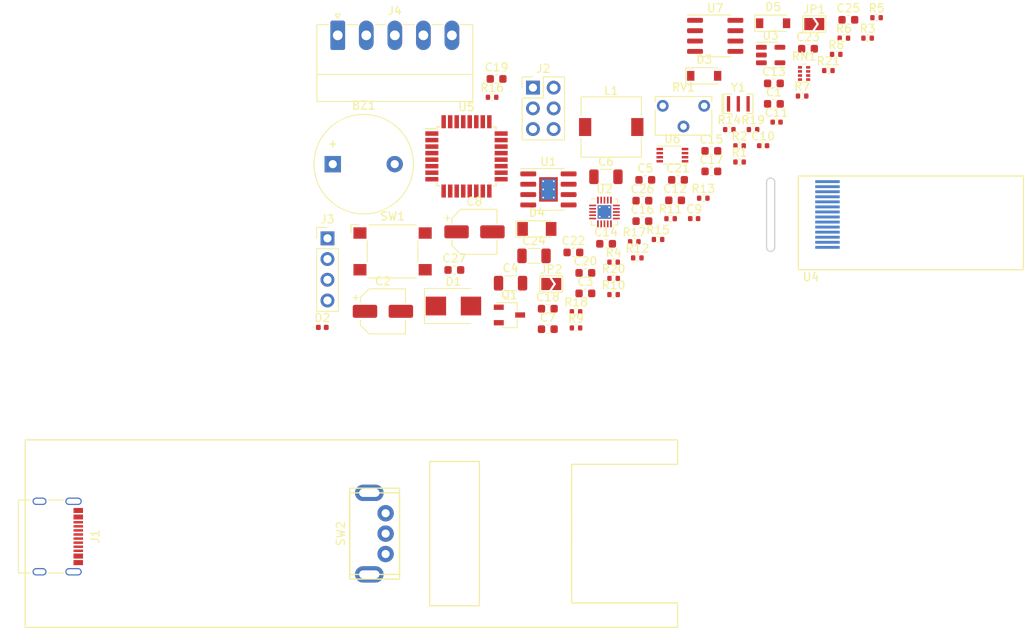
<source format=kicad_pcb>
(kicad_pcb (version 20211014) (generator pcbnew)
  (layers (0 "F.Cu" signal) (31 "B.Cu" signal) (34 "B.Paste" user) (35 "F.Paste" user) (36 "B.SilkS" user "B.Silkscreen") (37 "F.SilkS" user "F.Silkscreen") (38 "B.Mask" user) (39 "F.Mask" user) (44 "Edge.Cuts" user))
  (net 0 "")
  (net 1 "VCC")
  (net 2 "Net-(BZ1-Pad2)")
  (net 3 "Net-(C1-Pad1)")
  (net 4 "Net-(C1-Pad2)")
  (net 5 "GND")
  (net 6 "+3V3")
  (net 7 "VBUS")
  (net 8 "Net-(C10-Pad1)")
  (net 9 "Net-(C10-Pad2)")
  (net 10 "VDD")
  (net 11 "Net-(C14-Pad1)")
  (net 12 "Net-(C14-Pad2)")
  (net 13 "Net-(C15-Pad1)")
  (net 14 "Net-(C15-Pad2)")
  (net 15 "Net-(C18-Pad1)")
  (net 16 "Net-(C19-Pad2)")
  (net 17 "/D6")
  (net 18 "Net-(C21-Pad1)")
  (net 19 "Net-(C22-Pad1)")
  (net 20 "Net-(C25-Pad1)")
  (net 21 "P+")
  (net 22 "Net-(C27-Pad1)")
  (net 23 "Net-(D2-Pad2)")
  (net 24 "/ADC1")
  (net 25 "Net-(J1-PadA5)")
  (net 26 "Net-(J1-PadB5)")
  (net 27 "/MISO")
  (net 28 "/SCK")
  (net 29 "/MOSI")
  (net 30 "/RST")
  (net 31 "/TXD")
  (net 32 "/RXD")
  (net 33 "/D10")
  (net 34 "/ADC2")
  (net 35 "/CFG2")
  (net 36 "/CFG3")
  (net 37 "/BEEP")
  (net 38 "/CFG1")
  (net 39 "Net-(R3-Pad2)")
  (net 40 "Net-(R5-Pad2)")
  (net 41 "Net-(R6-Pad1)")
  (net 42 "Net-(R7-Pad1)")
  (net 43 "Net-(R12-Pad1)")
  (net 44 "Net-(R14-Pad2)")
  (net 45 "Net-(R20-Pad1)")
  (net 46 "/ADC0")
  (net 47 "/DISP_SDA")
  (net 48 "/DISP_SCL")
  (net 49 "/D7")
  (net 53 "Net-(J1-PadA6)")
  (net 54 "Net-(J1-PadA7)")
  (net 60 "Net-(U5-Pad7)")
  (net 61 "Net-(U5-Pad8)")
  (net 62 "/D9")
  (net 66 "/SDA")
  (net 67 "/SCL")
  (net 68 "Net-(U7-Pad6)")
  (footprint "Resistor_SMD:R_0402_1005Metric" (layer "F.Cu") (at 156.5776 53.5624)
    (fp_text reference "R12" (at 0 -1.17) (layer "F.SilkS"))
    (fp_text value "560K")
    (pad "1" smd roundrect (at -0.51 0) (size 0.54 0.64) (layers "F.Cu" "F.Paste" "F.Mask") (net 43 "Net-(R12-Pad1)"))
    (pad "2" smd roundrect (at 0.51 0) (size 0.54 0.64) (layers "F.Cu" "F.Paste" "F.Mask") (net 5 "GND"))
  )
  (footprint "Capacitor_SMD:C_0402_1005Metric" (layer "F.Cu") (at 163.5476 48.7424)
    (fp_text reference "C9" (at 0 -1.16) (layer "F.SilkS"))
    (fp_text value "50V/100nF")
    (pad "1" smd roundrect (at -0.48 0) (size 0.56 0.62) (layers "F.Cu" "F.Paste" "F.Mask") (net 7 "VBUS"))
    (pad "2" smd roundrect (at 0.48 0) (size 0.56 0.62) (layers "F.Cu" "F.Paste" "F.Mask") (net 5 "GND"))
  )
  (footprint "Capacitor_SMD:C_0603_1608Metric" (layer "F.Cu") (at 139.3176 31.6124)
    (fp_text reference "C19" (at 0 -1.43) (layer "F.SilkS"))
    (fp_text value "4.7uF")
    (pad "1" smd roundrect (at -0.775 0) (size 0.9 0.95) (layers "F.Cu" "F.Paste" "F.Mask") (net 5 "GND"))
    (pad "2" smd roundrect (at 0.775 0) (size 0.9 0.95) (layers "F.Cu" "F.Paste" "F.Mask") (net 16 "Net-(C19-Pad2)"))
  )
  (footprint "Resistor_SMD:R_0402_1005Metric" (layer "F.Cu") (at 181.9076 26.6124)
    (fp_text reference "R6" (at 0 -1.17) (layer "F.SilkS"))
    (fp_text value "20K")
    (pad "1" smd roundrect (at -0.51 0) (size 0.54 0.64) (layers "F.Cu" "F.Paste" "F.Mask") (net 41 "Net-(R6-Pad1)"))
    (pad "2" smd roundrect (at 0.51 0) (size 0.54 0.64) (layers "F.Cu" "F.Paste" "F.Mask") (net 5 "GND"))
  )
  (footprint "Capacitor_SMD:C_1206_3216Metric" (layer "F.Cu") (at 152.7276 43.6124)
    (fp_text reference "C6" (at 0 -1.85) (layer "F.SilkS"))
    (fp_text value "10uF")
    (pad "1" smd roundrect (at -1.475 0) (size 1.15 1.8) (layers "F.Cu" "F.Paste" "F.Mask") (roundrect_rratio 0.217391) (net 6 "+3V3"))
    (pad "2" smd roundrect (at 1.475 0) (size 1.15 1.8) (layers "F.Cu" "F.Paste" "F.Mask") (roundrect_rratio 0.217391) (net 5 "GND"))
  )
  (footprint "Resistor_SMD:R_0402_1005Metric" (layer "F.Cu") (at 184.8176 26.6124)
    (fp_text reference "R3" (at 0 -1.17) (layer "F.SilkS"))
    (fp_text value "100K")
    (pad "1" smd roundrect (at -0.51 0) (size 0.54 0.64) (layers "F.Cu" "F.Paste" "F.Mask") (net 7 "VBUS"))
    (pad "2" smd roundrect (at 0.51 0) (size 0.54 0.64) (layers "F.Cu" "F.Paste" "F.Mask") (net 39 "Net-(R3-Pad2)"))
  )
  (footprint "Inductor_SMD:L_7.3x7.3_H4.5" (layer "F.Cu") (at 153.3776 37.5124)
    (fp_text reference "L1" (at 0 -4.45) (layer "F.SilkS"))
    (fp_text value "L")
    (pad "1" smd rect (at -3.2 0) (size 1.5 2.2) (layers "F.Cu" "F.Paste" "F.Mask") (net 3 "Net-(C1-Pad1)"))
    (pad "2" smd rect (at 3.2 0) (size 1.5 2.2) (layers "F.Cu" "F.Paste" "F.Mask") (net 1 "VCC"))
  )
  (footprint "Resistor_SMD:R_0402_1005Metric" (layer "F.Cu") (at 169.1176 39.8124)
    (fp_text reference "R2" (at 0 -1.17) (layer "F.SilkS"))
    (fp_text value "NC")
    (pad "1" smd roundrect (at -0.51 0) (size 0.54 0.64) (layers "F.Cu" "F.Paste" "F.Mask") (net 10 "VDD"))
    (pad "2" smd roundrect (at 0.51 0) (size 0.54 0.64) (layers "F.Cu" "F.Paste" "F.Mask") (net 38 "/CFG1"))
  )
  (footprint "Capacitor_SMD:C_0603_1608Metric" (layer "F.Cu") (at 182.4576 24.3624)
    (fp_text reference "C25" (at 0 -1.43) (layer "F.SilkS"))
    (fp_text value "100nF")
    (pad "1" smd roundrect (at -0.775 0) (size 0.9 0.95) (layers "F.Cu" "F.Paste" "F.Mask") (net 20 "Net-(C25-Pad1)"))
    (pad "2" smd roundrect (at 0.775 0) (size 0.9 0.95) (layers "F.Cu" "F.Paste" "F.Mask") (net 5 "GND"))
  )
  (footprint "Resistor_SMD:R_0402_1005Metric" (layer "F.Cu") (at 169.1176 41.8024)
    (fp_text reference "R1" (at 0 -1.17) (layer "F.SilkS"))
    (fp_text value "6.8K")
    (pad "1" smd roundrect (at -0.51 0) (size 0.54 0.64) (layers "F.Cu" "F.Paste" "F.Mask") (net 5 "GND"))
    (pad "2" smd roundrect (at 0.51 0) (size 0.54 0.64) (layers "F.Cu" "F.Paste" "F.Mask") (net 38 "/CFG1"))
  )
  (footprint "Connector_PinHeader_2.54mm:PinHeader_1x04_P2.54mm_Vertical" (layer "F.Cu") (at 118.5776 51.1624)
    (fp_text reference "J3" (at 0 -2.33) (layer "F.SilkS"))
    (fp_text value "Conn_01x04_Male")
    (pad "1" thru_hole rect (at 0 0) (size 1.7 1.7) (drill 1) (layers *.Cu *.Mask) (net 1 "VCC"))
    (pad "2" thru_hole oval (at 0 2.54) (size 1.7 1.7) (drill 1) (layers *.Cu *.Mask) (net 31 "/TXD"))
    (pad "3" thru_hole oval (at 0 5.08) (size 1.7 1.7) (drill 1) (layers *.Cu *.Mask) (net 32 "/RXD"))
    (pad "4" thru_hole oval (at 0 7.62) (size 1.7 1.7) (drill 1) (layers *.Cu *.Mask) (net 5 "GND"))
  )
  (footprint "Resistor_SMD:R_0402_1005Metric" (layer "F.Cu") (at 153.6676 56.0724)
    (fp_text reference "R20" (at 0 -1.17) (layer "F.SilkS"))
    (fp_text value "200k")
    (pad "1" smd roundrect (at -0.51 0) (size 0.54 0.64) (layers "F.Cu" "F.Paste" "F.Mask") (net 45 "Net-(R20-Pad1)"))
    (pad "2" smd roundrect (at 0.51 0) (size 0.54 0.64) (layers "F.Cu" "F.Paste" "F.Mask") (net 46 "/ADC0"))
  )
  (footprint "My_Library:EC10E" (layer "F.Cu") (at 125.7084 87.376 90)
    (fp_text reference "SW2" (at 0 -5.5 90 unlocked) (layer "F.SilkS"))
    (fp_text value "RotaryEncoder_2")
    (pad "0" thru_hole oval (at -5 -2 90) (size 2 3.5) (drill oval 1 2.5) (layers *.Cu *.Mask) (net 5 "GND"))
    (pad "0" thru_hole oval (at 5 -2 90) (size 2 3.5) (drill oval 1 2.5) (layers *.Cu *.Mask) (net 5 "GND"))
    (pad "A" thru_hole circle (at -2.5 0 90) (size 2 2) (drill 1) (layers *.Cu *.Mask) (net 49 "/D7"))
    (pad "B" thru_hole circle (at 0 0 90) (size 2 2) (drill 1) (layers *.Cu *.Mask) (net 17 "/D6"))
    (pad "C" thru_hole circle (at 2.5 0 90) (size 2 2) (drill 1) (layers *.Cu *.Mask) (net 5 "GND"))
  )
  (footprint "Resistor_SMD:R_0402_1005Metric" (layer "F.Cu") (at 153.6676 58.0624)
    (fp_text reference "R10" (at 0 -1.17) (layer "F.SilkS"))
    (fp_text value "5.1K")
    (pad "1" smd roundrect (at -0.51 0) (size 0.54 0.64) (layers "F.Cu" "F.Paste" "F.Mask") (net 26 "Net-(J1-PadB5)"))
    (pad "2" smd roundrect (at 0.51 0) (size 0.54 0.64) (layers "F.Cu" "F.Paste" "F.Mask") (net 5 "GND"))
  )
  (footprint "Package_TO_SOT_SMD:SOT-23-5" (layer "F.Cu") (at 172.9276 28.6824)
    (fp_text reference "U3" (at 0 -2.4) (layer "F.SilkS"))
    (fp_text value "RT9013-3V3")
    (pad "1" smd roundrect (at -1.1375 -0.95) (size 1.325 0.6) (layers "F.Cu" "F.Paste" "F.Mask") (net 1 "VCC"))
    (pad "2" smd roundrect (at -1.1375 0) (size 1.325 0.6) (layers "F.Cu" "F.Paste" "F.Mask") (net 5 "GND"))
    (pad "3" smd roundrect (at -1.1375 0.95) (size 1.325 0.6) (layers "F.Cu" "F.Paste" "F.Mask") (net 40 "Net-(R5-Pad2)"))
    (pad "4" smd roundrect (at 1.1375 0.95) (size 1.325 0.6) (layers "F.Cu" "F.Paste" "F.Mask"))
    (pad "5" smd roundrect (at 1.1375 -0.95) (size 1.325 0.6) (layers "F.Cu" "F.Paste" "F.Mask") (net 6 "+3V3"))
  )
  (footprint "Capacitor_SMD:C_0603_1608Metric" (layer "F.Cu") (at 134.1376 55.0424)
    (fp_text reference "C27" (at 0 -1.43) (layer "F.SilkS"))
    (fp_text value "2.2nF")
    (pad "1" smd roundrect (at -0.775 0) (size 0.9 0.95) (layers "F.Cu" "F.Paste" "F.Mask") (net 22 "Net-(C27-Pad1)"))
    (pad "2" smd roundrect (at 0.775 0) (size 0.9 0.95) (layers "F.Cu" "F.Paste" "F.Mask") (net 5 "GND"))
  )
  (footprint "Resistor_SMD:R_0402_1005Metric" (layer "F.Cu") (at 180.0076 30.5924)
    (fp_text reference "R21" (at 0 -1.17) (layer "F.SilkS"))
    (fp_text value "200K")
    (pad "1" smd roundrect (at -0.51 0) (size 0.54 0.64) (layers "F.Cu" "F.Paste" "F.Mask") (net 5 "GND"))
    (pad "2" smd roundrect (at 0.51 0) (size 0.54 0.64) (layers "F.Cu" "F.Paste" "F.Mask") (net 45 "Net-(R20-Pad1)"))
  )
  (footprint "Capacitor_SMD:CP_Elec_5x5.7" (layer "F.Cu") (at 136.6076 50.3624)
    (fp_text reference "C8" (at 0 -3.7) (layer "F.SilkS"))
    (fp_text value "50V/10uF")
    (pad "1" smd roundrect (at -2.2 0) (size 3 1.6) (layers "F.Cu" "F.Paste" "F.Mask") (roundrect_rratio 0.15625) (net 7 "VBUS"))
    (pad "2" smd roundrect (at 2.2 0) (size 3 1.6) (layers "F.Cu" "F.Paste" "F.Mask") (roundrect_rratio 0.15625) (net 5 "GND"))
  )
  (footprint "Capacitor_SMD:C_0603_1608Metric" (layer "F.Cu") (at 177.5076 27.9124)
    (fp_text reference "C23" (at 0 -1.43) (layer "F.SilkS"))
    (fp_text value "100nF")
    (pad "1" smd roundrect (at -0.775 0) (size 0.9 0.95) (layers "F.Cu" "F.Paste" "F.Mask") (net 19 "Net-(C22-Pad1)"))
    (pad "2" smd roundrect (at 0.775 0) (size 0.9 0.95) (layers "F.Cu" "F.Paste" "F.Mask") (net 5 "GND"))
  )
  (footprint "Capacitor_SMD:C_0603_1608Metric" (layer "F.Cu") (at 148.7376 52.8924)
    (fp_text reference "C22" (at 0 -1.43) (layer "F.SilkS"))
    (fp_text value "4.7uF")
    (pad "1" smd roundrect (at -0.775 0) (size 0.9 0.95) (layers "F.Cu" "F.Paste" "F.Mask") (net 19 "Net-(C22-Pad1)"))
    (pad "2" smd roundrect (at 0.775 0) (size 0.9 0.95) (layers "F.Cu" "F.Paste" "F.Mask") (net 5 "GND"))
  )
  (footprint "Package_TO_SOT_SMD:TSOT-23" (layer "F.Cu") (at 140.8976 60.5624)
    (fp_text reference "Q1" (at 0 -2.45) (layer "F.SilkS"))
    (fp_text value "S8050")
    (pad "1" smd rect (at -1.31 -0.95) (size 1.22 0.65) (layers "F.Cu" "F.Paste" "F.Mask") (net 5 "GND"))
    (pad "2" smd rect (at -1.31 0.95) (size 1.22 0.65) (layers "F.Cu" "F.Paste" "F.Mask") (net 37 "/BEEP"))
    (pad "3" smd rect (at 1.31 0) (size 1.22 0.65) (layers "F.Cu" "F.Paste" "F.Mask") (net 2 "Net-(BZ1-Pad2)"))
  )
  (footprint "Capacitor_SMD:C_0603_1608Metric" (layer "F.Cu") (at 173.3276 34.6724)
    (fp_text reference "C1" (at 0 -1.43) (layer "F.SilkS"))
    (fp_text value "50V/100nF")
    (pad "1" smd roundrect (at -0.775 0) (size 0.9 0.95) (layers "F.Cu" "F.Paste" "F.Mask") (net 3 "Net-(C1-Pad1)"))
    (pad "2" smd roundrect (at 0.775 0) (size 0.9 0.95) (layers "F.Cu" "F.Paste" "F.Mask") (net 4 "Net-(C1-Pad2)"))
  )
  (footprint "Package_SO:VSSOP-8_2.3x2mm_P0.5mm" (layer "F.Cu") (at 160.8776 40.9624)
    (fp_text reference "U6" (at 0 -2) (layer "F.SilkS"))
    (fp_text value "RS0102YH8")
    (pad "1" smd rect (at -1.55 -0.75 270) (size 0.3 0.8) (layers "F.Cu" "F.Paste" "F.Mask") (net 1 "VCC"))
    (pad "2" smd rect (at -1.55 -0.25 270) (size 0.3 0.8) (layers "F.Cu" "F.Paste" "F.Mask") (net 67 "/SCL"))
    (pad "3" smd rect (at -1.55 0.25 270) (size 0.3 0.8) (layers "F.Cu" "F.Paste" "F.Mask") (net 66 "/SDA"))
    (pad "4" smd rect (at -1.55 0.75 270) (size 0.3 0.8) (layers "F.Cu" "F.Paste" "F.Mask") (net 44 "Net-(R14-Pad2)"))
    (pad "5" smd rect (at 1.55 0.75 270) (size 0.3 0.8) (layers "F.Cu" "F.Paste" "F.Mask") (net 5 "GND"))
    (pad "6" smd rect (at 1.55 0.25 270) (size 0.3 0.8) (layers "F.Cu" "F.Paste" "F.Mask") (net 47 "/DISP_SDA"))
    (pad "7" smd rect (at 1.55 -0.25 270) (size 0.3 0.8) (layers "F.Cu" "F.Paste" "F.Mask") (net 48 "/DISP_SCL"))
    (pad "8" smd rect (at 1.55 -0.75 270) (size 0.3 0.8) (layers "F.Cu" "F.Paste" "F.Mask") (net 6 "+3V3"))
  )
  (footprint "Capacitor_SMD:C_0603_1608Metric" (layer "F.Cu") (at 145.5976 62.3024)
    (fp_text reference "C7" (at 0 -1.43) (layer "F.SilkS"))
    (fp_text value "100nF")
    (pad "1" smd roundrect (at -0.775 0) (size 0.9 0.95) (layers "F.Cu" "F.Paste" "F.Mask") (net 6 "+3V3"))
    (pad "2" smd roundrect (at 0.775 0) (size 0.9 0.95) (layers "F.Cu" "F.Paste" "F.Mask") (net 5 "GND"))
  )
  (footprint "Capacitor_SMD:C_0603_1608Metric" (layer "F.Cu") (at 150.2076 57.9124)
    (fp_text reference "C3" (at 0 -1.43) (layer "F.SilkS"))
    (fp_text value "50V/100nF")
    (pad "1" smd roundrect (at -0.775 0) (size 0.9 0.95) (layers "F.Cu" "F.Paste" "F.Mask") (net 1 "VCC"))
    (pad "2" smd roundrect (at 0.775 0) (size 0.9 0.95) (layers "F.Cu" "F.Paste" "F.Mask") (net 5 "GND"))
  )
  (footprint "Resistor_SMD:R_0402_1005Metric" (layer "F.Cu") (at 180.9676 28.6024)
    (fp_text reference "R8" (at 0 -1.17) (layer "F.SilkS"))
    (fp_text value "68.1K")
    (pad "1" smd roundrect (at -0.51 0) (size 0.54 0.64) (layers "F.Cu" "F.Paste" "F.Mask") (net 9 "Net-(C10-Pad2)"))
    (pad "2" smd roundrect (at 0.51 0) (size 0.54 0.64) (layers "F.Cu" "F.Paste" "F.Mask") (net 5 "GND"))
  )
  (footprint "Diode_SMD:D_MiniMELF" (layer "F.Cu") (at 144.2576 50.0124)
    (fp_text reference "D4" (at 0 -2) (layer "F.SilkS"))
    (fp_text value "BZV55B5V1")
    (pad "1" smd rect (at -1.75 0) (size 1.3 1.7) (layers "F.Cu" "F.Paste" "F.Mask") (net 24 "/ADC1"))
    (pad "2" smd rect (at 1.75 0) (size 1.3 1.7) (layers "F.Cu" "F.Paste" "F.Mask") (net 5 "GND"))
  )
  (footprint "Capacitor_SMD:C_0603_1608Metric" (layer "F.Cu") (at 165.6576 42.9524)
    (fp_text reference "C17" (at 0 -1.43) (layer "F.SilkS"))
    (fp_text value "100nF")
    (pad "1" smd roundrect (at -0.775 0) (size 0.9 0.95) (layers "F.Cu" "F.Paste" "F.Mask") (net 6 "+3V3"))
    (pad "2" smd roundrect (at 0.775 0) (size 0.9 0.95) (layers "F.Cu" "F.Paste" "F.Mask") (net 5 "GND"))
  )
  (footprint "Jumper:SolderJumper-2_P1.3mm_Open_TrianglePad1.0x1.5mm" (layer "F.Cu") (at 146.0276 56.7624)
    (fp_text reference "JP2" (at 0 -1.8) (layer "F.SilkS"))
    (fp_text value "JUMP")
    (pad "1" smd custom (at -0.725 0) (size 0.3 0.3) (layers "F.Cu" "F.Mask") (net 5 "GND") (options (clearance outline) (anchor rect)) (primitives (gr_poly (pts (xy 1 0) (xy 0.5 0.75) (xy -0.5 0.75) (xy -0.5 -0.75) (xy 0.5 -0.75)) (width 0) (fill yes))))
    (pad "2" smd custom (at 0.725 0) (size 0.3 0.3) (layers "F.Cu" "F.Mask") (net 36 "/CFG3") (options (clearance outline) (anchor rect)) (primitives (gr_poly (pts (xy 0.5 0.75) (xy -0.65 0.75) (xy -0.15 0) (xy -0.65 -0.75) (xy 0.5 -0.75)) (width 0) (fill yes))))
  )
  (footprint "Capacitor_SMD:C_0402_1005Metric" (layer "F.Cu") (at 173.6576 36.9124)
    (fp_text reference "C11" (at 0 -1.16) (layer "F.SilkS"))
    (fp_text value "NC")
    (pad "1" smd roundrect (at -0.48 0) (size 0.56 0.62) (layers "F.Cu" "F.Paste" "F.Mask") (net 8 "Net-(C10-Pad1)"))
    (pad "2" smd roundrect (at 0.48 0) (size 0.56 0.62) (layers "F.Cu" "F.Paste" "F.Mask") (net 5 "GND"))
  )
  (footprint "Capacitor_SMD:C_0603_1608Metric" (layer "F.Cu") (at 165.6576 40.4424)
    (fp_text reference "C15" (at 0 -1.43) (layer "F.SilkS"))
    (fp_text value "1uF")
    (pad "1" smd roundrect (at -0.775 0) (size 0.9 0.95) (layers "F.Cu" "F.Paste" "F.Mask") (net 13 "Net-(C15-Pad1)"))
    (pad "2" smd roundrect (at 0.775 0) (size 0.9 0.95) (layers "F.Cu" "F.Paste" "F.Mask") (net 14 "Net-(C15-Pad2)"))
  )
  (footprint "Resistor_SMD:R_0402_1005Metric" (layer "F.Cu") (at 170.7676 37.8224)
    (fp_text reference "R19" (at 0 -1.17) (layer "F.SilkS"))
    (fp_text value "10K")
    (pad "1" smd roundrect (at -0.51 0) (size 0.54 0.64) (layers "F.Cu" "F.Paste" "F.Mask") (net 5 "GND"))
    (pad "2" smd roundrect (at 0.51 0) (size 0.54 0.64) (layers "F.Cu" "F.Paste" "F.Mask") (net 20 "Net-(C25-Pad1)"))
  )
  (footprint "Resistor_SMD:R_0402_1005Metric" (layer "F.Cu") (at 164.6676 46.2424)
    (fp_text reference "R13" (at 0 -1.17) (layer "F.SilkS"))
    (fp_text value "100K")
    (pad "1" smd roundrect (at -0.51 0) (size 0.54 0.64) (layers "F.Cu" "F.Paste" "F.Mask") (net 7 "VBUS"))
    (pad "2" smd roundrect (at 0.51 0) (size 0.54 0.64) (layers "F.Cu" "F.Paste" "F.Mask") (net 24 "/ADC1"))
  )
  (footprint "My_Library:OLED_128x32" (layer "F.Cu") (at 176.3268 55.0164)
    (fp_text reference "U4" (at 1.55 0.9) (layer "F.SilkS"))
    (fp_text value "0.91_OLED_128x32")
    (fp_line (start -3.9 -10.749999) (end -3.9 -2.749999) (layer "Edge.Cuts") (width 0.152399))
    (fp_line (start -2.9 -10.749999) (end -2.9 -2.749999) (layer "Edge.Cuts") (width 0.152399))
    (fp_arc (start -2.9 -2.749999) (mid -3.4 -2.249999) (end -3.9 -2.749999) (layer "Edge.Cuts") (width 0.152399))
    (fp_arc (start -3.9 -10.749999) (mid -3.4 -11.249999) (end -2.9 -10.749999) (layer "Edge.Cuts") (width 0.152399))
    (pad "1" smd rect locked (at 3.57 -10.81 270) (size 0.35 3) (layers "B.Cu" "B.Paste" "B.Mask") (net 11 "Net-(C14-Pad1)"))
    (pad "2" smd rect locked (at 3.57 -10.19 270) (size 0.35 3) (layers "B.Cu" "B.Paste" "B.Mask") (net 12 "Net-(C14-Pad2)"))
    (pad "3" smd rect locked (at 3.57 -9.57 270) (size 0.35 3) (layers "B.Cu" "B.Paste" "B.Mask") (net 13 "Net-(C15-Pad1)"))
    (pad "4" smd rect locked (at 3.57 -8.95 270) (size 0.35 3) (layers "B.Cu" "B.Paste" "B.Mask") (net 14 "Net-(C15-Pad2)"))
    (pad "5" smd rect locked (at 3.57 -8.33 270) (size 0.35 3) (layers "B.Cu" "B.Paste" "B.Mask") (net 6 "+3V3"))
    (pad "6" smd rect locked (at 3.57 -7.71 270) (size 0.35 3) (layers "B.Cu" "B.Paste" "B.Mask"))
    (pad "7" smd rect locked (at 3.57 -7.09 270) (size 0.35 3) (layers "B.Cu" "B.Paste" "B.Mask") (net 5 "GND"))
    (pad "8" smd rect locked (at 3.57 -6.47 270) (size 0.35 3) (layers "B.Cu" "B.Paste" "B.Mask") (net 6 "+3V3"))
    (pad "9" smd rect locked (at 3.57 -5.85 270) (size 0.35 3) (layers "B.Cu" "B.Paste" "B.Mask") (net 16 "Net-(C19-Pad2)"))
    (pad "10" smd rect locked (at 3.57 -5.23 270) (size 0.35 3) (layers "B.Cu" "B.Paste" "B.Mask") (net 48 "/DISP_SCL"))
    (pad "11" smd rect locked (at 3.57 -4.61 270) (size 0.35 3) (layers "B.Cu" "B.Paste" "B.Mask") (net 47 "/DISP_SDA"))
    (pad "12" smd rect locked (at 3.57 -3.99 270) (size 0.35 3) (layers "B.Cu" "B.Paste" "B.Mask") (net 43 "Net-(R12-Pad1)"))
    (pad "13" smd rect locked (at 3.57 -3.37 270) (size 0.35 3) (layers "B.Cu" "B.Paste" "B.Mask") (net 18 "Net-(C21-Pad1)"))
    (pad "14" smd rect locked (at 3.57 -2.75 270) (size 0.35 3) (layers "B.Cu" "B.Paste" "B.Mask") (net 19 "Net-(C22-Pad1)"))
  )
  (footprint "Buzzer_Beeper:Buzzer_12x9.5RM7.6" (layer "F.Cu") (at 119.2276 42.0624)
    (fp_text reference "BZ1" (at 3.8 -7.2) (layer "F.SilkS"))
    (fp_text value "Buzzer")
    (fp_text user "+" (at -0.01 -2.54) (layer "F.SilkS"))
    (pad "1" thru_hole rect (at 0 0) (size 2 2) (drill 1) (layers *.Cu *.Mask) (net 1 "VCC"))
    (pad "2" thru_hole circle (at 7.6 0) (size 2 2) (drill 1) (layers *.Cu *.Mask) (net 2 "Net-(BZ1-Pad2)"))
  )
  (footprint "Resistor_SMD:R_0402_1005Metric" (layer "F.Cu") (at 149.0576 60.1624)
    (fp_text reference "R18" (at 0 -1.17) (layer "F.SilkS"))
    (fp_text value "10K")
    (pad "1" smd roundrect (at -0.51 0) (size 0.54 0.64) (layers "F.Cu" "F.Paste" "F.Mask") (net 21 "P+"))
    (pad "2" smd roundrect (at 0.51 0) (size 0.54 0.64) (layers "F.Cu" "F.Paste" "F.Mask") (net 22 "Net-(C27-Pad1)"))
  )
  (footprint "Resistor_SMD:R_0402_1005Metric" (layer "F.Cu") (at 156.2076 51.5724)
    (fp_text reference "R17" (at 0 -1.17) (layer "F.SilkS"))
    (fp_text value "10K")
    (pad "1" smd roundrect (at -0.51 0) (size 0.54 0.64) (layers "F.Cu" "F.Paste" "F.Mask") (net 20 "Net-(C25-Pad1)"))
    (pad "2" smd roundrect (at 0.51 0) (size 0.54 0.64) (layers "F.Cu" "F.Paste" "F.Mask") (net 1 "VCC"))
  )
  (footprint "Resistor_SMD:R_0402_1005Metric" (layer "F.Cu") (at 149.0576 62.1524)
    (fp_text reference "R9" (at 0 -1.17) (layer "F.SilkS"))
    (fp_text value "5.1K")
    (pad "1" smd roundrect (at -0.51 0) (size 0.54 0.64) (layers "F.Cu" "F.Paste" "F.Mask") (net 25 "Net-(J1-PadA5)"))
    (pad "2" smd roundrect (at 0.51 0) (size 0.54 0.64) (layers "F.Cu" "F.Paste" "F.Mask") (net 5 "GND"))
  )
  (footprint "Resistor_SMD:R_0402_1005Metric" (layer "F.Cu") (at 185.9176 24.1024)
    (fp_text reference "R5" (at 0 -1.17) (layer "F.SilkS"))
    (fp_text value "100K")
    (pad "1" smd roundrect (at -0.51 0) (size 0.54 0.64) (layers "F.Cu" "F.Paste" "F.Mask") (net 1 "VCC"))
    (pad "2" smd roundrect (at 0.51 0) (size 0.54 0.64) (layers "F.Cu" "F.Paste" "F.Mask") (net 40 "Net-(R5-Pad2)"))
  )
  (footprint "Capacitor_SMD:C_1206_3216Metric" (layer "F.Cu") (at 141.0276 56.6624)
    (fp_text reference "C4" (at 0 -1.85) (layer "F.SilkS"))
    (fp_text value "10uF")
    (pad "1" smd roundrect (at -1.475 0) (size 1.15 1.8) (layers "F.Cu" "F.Paste" "F.Mask") (roundrect_rratio 0.217391) (net 1 "VCC"))
    (pad "2" smd roundrect (at 1.475 0) (size 1.15 1.8) (layers "F.Cu" "F.Paste" "F.Mask") (roundrect_rratio 0.217391) (net 5 "GND"))
  )
  (footprint "Capacitor_SMD:C_0603_1608Metric" (layer "F.Cu") (at 150.2076 55.4024)
    (fp_text reference "C20" (at 0 -1.43) (layer "F.SilkS"))
    (fp_text value "100nF")
    (pad "1" smd roundrect (at -0.775 0) (size 0.9 0.95) (layers "F.Cu" "F.Paste" "F.Mask") (net 17 "/D6"))
    (pad "2" smd roundrect (at 0.775 0) (size 0.9 0.95) (layers "F.Cu" "F.Paste" "F.Mask") (net 5 "GND"))
  )
  (footprint "Resistor_SMD:R_0402_1005Metric" (layer "F.Cu") (at 159.1176 51.3024)
    (fp_text reference "R15" (at 0 -1.17) (layer "F.SilkS"))
    (fp_text value "20K")
    (pad "1" smd roundrect (at -0.51 0) (size 0.54 0.64) (layers "F.Cu" "F.Paste" "F.Mask") (net 24 "/ADC1"))
    (pad "2" smd roundrect (at 0.51 0) (size 0.54 0.64) (layers "F.Cu" "F.Paste" "F.Mask") (net 5 "GND"))
  )
  (footprint "Capacitor_SMD:C_0603_1608Metric" (layer "F.Cu") (at 157.1976 46.5424)
    (fp_text reference "C26" (at 0 -1.43) (layer "F.SilkS"))
    (fp_text value "1uF")
    (pad "1" smd roundrect (at -0.775 0) (size 0.9 0.95) (layers "F.Cu" "F.Paste" "F.Mask") (net 21 "P+"))
    (pad "2" smd roundrect (at 0.775 0) (size 0.9 0.95) (layers "F.Cu" "F.Paste" "F.Mask") (net 5 "GND"))
  )
  (footprint "Capacitor_SMD:C_0603_1608Metric" (layer "F.Cu") (at 152.7476 51.8324)
    (fp_text reference "C14" (at 0 -1.43) (layer "F.SilkS"))
    (fp_text value "1uF")
    (pad "1" smd roundrect (at -0.775 0) (size 0.9 0.95) (layers "F.Cu" "F.Paste" "F.Mask") (net 11 "Net-(C14-Pad1)"))
    (pad "2" smd roundrect (at 0.775 0) (size 0.9 0.95) (layers "F.Cu" "F.Paste" "F.Mask") (net 12 "Net-(C14-Pad2)"))
  )
  (footprint "Connector_USB:USB_C_Receptacle_Palconn_UTC16-G" (layer "F.Cu") (at 85.5078 87.7316 -90)
    (fp_text reference "J1" (at 0 -4.58 90) (layer "F.SilkS"))
    (fp_text value "USB_C_Receptacle_USB2.0")
    (pad "" np_thru_hole circle (at 2.89 -1.45 90) (size 0.6 0.6) (drill 0.6) (layers *.Cu *.Mask))
    (pad "" np_thru_hole circle (at -2.89 -1.45 90) (size 0.6 0.6) (drill 0.6) (layers *.Cu *.Mask))
    (pad "A1" smd rect (at -3.2 -2.51 270) (size 0.6 1.16) (layers "F.Cu" "F.Paste" "F.Mask") (net 5 "GND"))
    (pad "A4" smd rect (at -2.4 -2.51 270) (size 0.6 1.16) (layers "F.Cu" "F.Paste" "F.Mask") (net 7 "VBUS"))
    (pad "A5" smd rect (at -1.25 -2.51 90) (size 0.3 1.16) (layers "F.Cu" "F.Paste" "F.Mask") (net 25 "Net-(J1-PadA5)"))
    (pad "A6" smd rect (at -0.25 -2.51 90) (size 0.3 1.16) (layers "F.Cu" "F.Paste" "F.Mask") (net 53 "Net-(J1-PadA6)"))
    (pad "A7" smd rect (at 0.25 -2.51 90) (size 0.3 1.16) (layers "F.Cu" "F.Paste" "F.Mask") (net 54 "Net-(J1-PadA7)"))
    (pad "A8" smd rect (at 1.25 -2.51 90) (size 0.3 1.16) (layers "F.Cu" "F.Paste" "F.Mask"))
    (pad "A9" smd rect (at 2.4 -2.51 270) (size 0.6 1.16) (layers "F.Cu" "F.Paste" "F.Mask") (net 7 "VBUS"))
    (pad "A12" smd rect (at 3.2 -2.51 270) (size 0.6 1.16) (layers "F.Cu" "F.Paste" "F.Mask") (net 5 "GND"))
    (pad "B1" smd rect (at 3.2 -2.51 270) (size 0.6 1.16) (layers "F.Cu" "F.Paste" "F.Mask") (net 5 "GND"))
    (pad "B4" smd rect (at 2.4 -2.51 270) (size 0.6 1.16) (layers "F.Cu" "F.Paste" "F.Mask") (net 7 "VBUS"))
    (pad "B5" smd rect (at 1.75 -2.51 90) (size 0.3 1.16) (layers "F.Cu" "F.Paste" "F.Mask") (net 26 "Net-(J1-PadB5)"))
    (pad "B6" smd rect (at 0.75 -2.51 90) (size 0.3 1.16) (layers "F.Cu" "F.Paste" "F.Mask") (net 53 "Net-(J1-PadA6)"))
    (pad "B7" smd rect (at -0.75 -2.51 90) (size 0.3 1.16) (layers "F.Cu" "F.Paste" "F.Mask") (net 54 "Net-(J1-PadA7)"))
    (pad "B8" smd rect (at -1.75 -2.51 90) (size 0.3 1.16) (layers "F.Cu" "F.Paste" "F.Mask"))
    (pad "B9" smd rect (at -2.4 -2.51 270) (size 0.6 1.16) (layers "F.Cu" "F.Paste" "F.Mask") (net 7 "VBUS"))
    (pad "B12" smd rect (at -3.2 -2.51 270) (size 0.6 1.16) (layers "F.Cu" "F.Paste" "F.Mask") (net 5 "GND"))
    (pad "S1" thru_hole oval (at 4.32 -1.93) (size 2 0.9) (drill oval 1.7 0.6) (layers *.Cu *.Mask) (net 5 "GND"))
    (pad "S1" thru_hole oval (at -4.32 2.24) (size 1.7 0.9) (drill oval 1.4 0.6) (layers *.Cu *.Mask) (net 5 "GND"))
    (pad "S1" thru_hole oval (at -4.32 -1.93) (size 2 0.9) (drill oval 1.7 0.6) (layers *.Cu *.Mask) (net 5 "GND"))
    (pad "S1" thru_hole oval (at 4.32 2.24) (size 1.7 0.9) (drill oval 1.4 0.6) (layers *.Cu *.Mask) (net 5 "GND"))
  )
  (footprint "Connector_Phoenix_MC:PhoenixContact_MC_1,5_5-G-3.5_1x05_P3.50mm_Horizontal" (layer "F.Cu") (at 119.8376 26.2674)
    (fp_text reference "J4" (at 7 -3) (layer "F.SilkS"))
    (fp_text value "Conn_01x05_Female")
    (pad "1" thru_hole roundrect (at 0 0) (size 1.8 3.6) (drill 1.2) (layers *.Cu *.Mask) (roundrect_rratio 0.138889) (net 7 "VBUS"))
    (pad "2" thru_hole oval (at 3.5 0) (size 1.8 3.6) (drill 1.2) (layers *.Cu *.Mask) (net 21 "P+"))
    (pad "3" thru_hole oval (at 7 0) (size 1.8 3.6) (drill 1.2) (layers *.Cu *.Mask) (net 33 "/D10"))
    (pad "4" thru_hole oval (at 10.5 0) (size 1.8 3.6) (drill 1.2) (layers *.Cu *.Mask) (net 34 "/ADC2"))
    (pad "5" thru_hole oval (at 14 0) (size 1.8 3.6) (drill 1.2) (layers *.Cu *.Mask) (net 5 "GND"))
  )
  (footprint "Diode_SMD:D_SOD-123" (layer "F.Cu") (at 164.7776 31.2324)
    (fp_text reference "D3" (at 0 -2) (layer "F.SilkS"))
    (fp_text value "1N4148")
    (pad "1" smd rect (at -1.65 0) (size 0.9 1.2) (layers "F.Cu" "F.Paste" "F.Mask") (net 6 "+3V3"))
    (pad "2" smd rect (at 1.65 0) (size 0.9 1.2) (layers "F.Cu" "F.Paste" "F.Mask") (net 16 "Net-(C19-Pad2)"))
  )
  (footprint "Resistor_SMD:R_0402_1005Metric" (layer "F.Cu") (at 138.7676 33.8624)
    (fp_text reference "R16" (at 0 -1.17) (layer "F.SilkS"))
    (fp_text value "10K")
    (pad "1" smd roundrect (at -0.51 0) (size 0.54 0.64) (layers "F.Cu" "F.Paste" "F.Mask") (net 1 "VCC"))
    (pad "2" smd roundrect (at 0.51 0) (size 0.54 0.64) (layers "F.Cu" "F.Paste" "F.Mask") (net 33 "/D10"))
  )
  (footprint "Package_SO:SOIC-8_3.9x4.9mm_P1.27mm" (layer "F.Cu") (at 166.1276 26.3324)
    (fp_text reference "U7" (at 0 -3.4) (layer "F.SilkS"))
    (fp_text value "OPA2333xxD")
    (pad "1" smd roundrect (at -2.475 -1.905) (size 1.95 0.6) (layers "F.Cu" "F.Paste" "F.Mask") (net 46 "/ADC0"))
    (pad "2" smd roundrect (at -2.475 -0.635) (size 1.95 0.6) (layers "F.Cu" "F.Paste" "F.Mask") (net 45 "Net-(R20-Pad1)"))
    (pad "3" smd roundrect (at -2.475 0.635) (size 1.95 0.6) (layers "F.Cu" "F.Paste" "F.Mask") (net 22 "Net-(C27-Pad1)"))
    (pad "4" smd roundrect (at -2.475 1.905) (size 1.95 0.6) (layers "F.Cu" "F.Paste" "F.Mask") (net 5 "GND"))
    (pad "5" smd roundrect (at 2.475 1.905) (size 1.95 0.6) (layers "F.Cu" "F.Paste" "F.Mask") (net 20 "Net-(C25-Pad1)"))
    (pad "6" smd roundrect (at 2.475 0.635) (size 1.95 0.6) (layers "F.Cu" "F.Paste" "F.Mask") (net 68 "Net-(U7-Pad6)"))
    (pad "7" smd roundrect (at 2.475 -0.635) (size 1.95 0.6) (layers "F.Cu" "F.Paste" "F.Mask") (net 68 "Net-(U7-Pad6)"))
    (pad "8" smd roundrect (at 2.475 -1.905) (size 1.95 0.6) (layers "F.Cu" "F.Paste" "F.Mask") (net 1 "VCC"))
  )
  (footprint "Button_Switch_SMD:SW_SPST_Omron_B3FS-100xP" (layer "F.Cu") (at 126.5626 52.7624)
    (fp_text reference "SW1" (at 0 -4.3) (layer "F.SilkS"))
    (fp_text value "SW_DPST_Temperature")
    (pad "1" smd rect (at -4 -2.25 180) (size 1.6 1.4) (layers "F.Cu" "F.Paste" "F.Mask") (net 5 "GND"))
    (pad "2" smd rect (at 4 -2.25 180) (size 1.6 1.4) (layers "F.Cu" "F.Paste" "F.Mask") (net 17 "/D6"))
    (pad "3" smd rect (at -4 2.25 180) (size 1.6 1.4) (layers "F.Cu" "F.Paste" "F.Mask") (net 5 "GND"))
    (pad "4" smd rect (at 4 2.25 180) (size 1.6 1.4) (layers "F.Cu" "F.Paste" "F.Mask") (net 17 "/D6"))
  )
  (footprint "Potentiometer_THT:Potentiometer_Bourns_3266W_Vertical" (layer "F.Cu") (at 164.7776 34.9124)
    (fp_text reference "RV1" (at -2.54 -2.27) (layer "F.SilkS"))
    (fp_text value "50K")
    (pad "1" thru_hole circle (at 0 0) (size 1.44 1.44) (drill 0.8) (layers *.Cu *.Mask) (net 1 "VCC"))
    (pad "2" thru_hole circle (at -2.54 2.54) (size 1.44 1.44) (drill 0.8) (layers *.Cu *.Mask) (net 1 "VCC"))
    (pad "3" thru_hole circle (at -5.08 0) (size 1.44 1.44) (drill 0.8) (layers *.Cu *.Mask) (net 41 "Net-(R6-Pad1)"))
  )
  (footprint "Package_SO:SOIC-8-1EP_3.9x4.9mm_P1.27mm_EP2.29x3mm_ThermalVias" (layer "F.Cu") (at 145.6776 45.1624)
    (fp_text reference "U1" (at 0 -3.4) (layer "F.SilkS"))
    (fp_text value "MP1584EN")
    (pad "1" smd roundrect (at -2.475 -1.905) (size 1.95 0.6) (layers "F.Cu" "F.Paste" "F.Mask") (net 3 "Net-(C1-Pad1)"))
    (pad "2" smd roundrect (at -2.475 -0.635) (size 1.95 0.6) (layers "F.Cu" "F.Paste" "F.Mask") (net 39 "Net-(R3-Pad2)"))
    (pad "3" smd roundrect (at -2.475 0.635) (size 1.95 0.6) (layers "F.Cu" "F.Paste" "F.Mask") (net 8 "Net-(C10-Pad1)"))
    (pad "4" smd roundrect (at -2.475 1.905) (size 1.95 0.6) (layers "F.Cu" "F.Paste" "F.Mask") (net 41 "Net-(R6-Pad1)"))
    (pad "5" smd roundrect (at 2.475 1.905) (size 1.95 0.6) (layers "F.Cu" "F.Paste" "F.Mask") (net 5 "GND"))
    (pad "6" smd roundrect (at 2.475 0.635) (size 1.95 0.6) (layers "F.Cu" "F.Paste" "F.Mask") (net 42 "Net-(R7-Pad1)"))
    (pad "7" smd roundrect (at 2.475 -0.635) (size 1.95 0.6) (layers "F.Cu" "F.Paste" "F.Mask") (net 7 "VBUS"))
    (pad "8" smd roundrect (at 2.475 -1.905) (size 1.95 0.6) (layers "F.Cu" "F.Paste" "F.Mask") (net 4 "Net-(C1-Pad2)"))
    (pad "9" smd rect (at 0 0) (size 2.29 3) (layers "F.Cu" "F.Mask") (net 5 "GND"))
    (pad "9" thru_hole circle (at 0.65 0) (size 0.5 0.5) (drill 0.2) (layers *.Cu) (net 5 "GND"))
    (pad "9" smd rect (at 0 0) (size 1.8 2.5) (layers "B.Cu") (net 5 "GND"))
    (pad "9" thru_hole circle (at 0.65 -1) (size 0.5 0.5) (drill 0.2) (layers *.Cu) (net 5 "GND"))
    (pad "9" thru_hole circle (at -0.65 -1) (size 0.5 0.5) (drill 0.2) (layers *.Cu) (net 5 "GND"))
    (pad "9" thru_hole circle (at 0.65 1) (size 0.5 0.5) (drill 0.2) (layers *.Cu) (net 5 "GND"))
    (pad "9" thru_hole circle (at -0.65 1) (size 0.5 0.5) (drill 0.2) (layers *.Cu) (net 5 "GND"))
    (pad "9" thru_hole circle (at -0.65 0) (size 0.5 0.5) (drill 0.2) (layers *.Cu) (net 5 "GND"))
  )
  (footprint "Resistor_SMD:R_Array_Concave_4x0402" (layer "F.Cu") (at 177.0276 30.9424)
    (fp_text reference "RN1" (at 0 -2.1) (layer "F.SilkS"))
    (fp_text value "4.7K")
    (pad "1" smd rect (at -0.5 -0.75) (size 0.5 0.32) (layers "F.Cu" "F.Paste" "F.Mask") (net 16 "Net-(C19-Pad2)"))
    (pad "2" smd rect (at -0.5 -0.25) (size 0.5 0.32) (layers "F.Cu" "F.Paste" "F.Mask") (net 47 "/DISP_SDA"))
    (pad "3" smd rect (at -0.5 0.25) (size 0.5 0.32) (layers "F.Cu" "F.Paste" "F.Mask") (net 48 "/DISP_SCL"))
    (pad "4" smd rect (at -0.5 0.75) (size 0.5 0.32) (layers "F.Cu" "F.Paste" "F.Mask") (net 30 "/RST"))
    (pad "5" smd rect (at 0.5 0.75) (size 0.5 0.32) (layers "F.Cu" "F.Paste" "F.Mask") (net 6 "+3V3"))
    (pad "6" smd rect (at 0.5 0.25) (size 0.5 0.32) (layers "F.Cu" "F.Paste" "F.Mask") (net 6 "+3V3"))
    (pad "7" smd rect (at 0.5 -0.25) (size 0.5 0.32) (layers "F.Cu" "F.Paste" "F.Mask") (net 6 "+3V3"))
    (pad "8" smd rect (at 0.5 -0.75) (size 0.5 0.32) (layers "F.Cu" "F.Paste" "F.Mask") (net 6 "+3V3"))
  )
  (footprint "Resistor_SMD:R_0402_1005Metric" (layer "F.Cu") (at 160.6576 48.7524)
    (fp_text reference "R11" (at 0 -1.17) (layer "F.SilkS"))
    (fp_text value "10K")
    (pad "1" smd roundrect (at -0.51 0) (size 0.54 0.64) (layers "F.Cu" "F.Paste" "F.Mask") (net 1 "VCC"))
    (pad "2" smd roundrect (at 0.51 0) (size 0.54 0.64) (layers "F.Cu" "F.Paste" "F.Mask") (net 17 "/D6"))
  )
  (footprint "LED_SMD:LED_0402_1005Metric" (layer "F.Cu") (at 117.9426 62.0824)
    (fp_text reference "D2" (at 0 -1.17) (layer "F.SilkS"))
    (fp_text value "GREEN")
    (pad "1" smd roundrect (at -0.485 0) (size 0.59 0.64) (layers "F.Cu" "F.Paste" "F.Mask") (net 5 "GND"))
    (pad "2" smd roundrect (at 0.485 0) (size 0.59 0.64) (layers "F.Cu" "F.Paste" "F.Mask") (net 23 "Net-(D2-Pad2)"))
  )
  (footprint "Capacitor_SMD:C_1206_3216Metric" (layer "F.Cu") (at 143.9076 53.3124)
    (fp_text reference "C24" (at 0 -1.85) (layer "F.SilkS"))
    (fp_text value "10uF")
    (pad "1" smd roundrect (at -1.475 0) (size 1.15 1.8) (layers "F.Cu" "F.Paste" "F.Mask") (roundrect_rratio 0.217391) (net 1 "VCC"))
    (pad "2" smd roundrect (at 1.475 0) (size 1.15 1.8) (layers "F.Cu" "F.Paste" "F.Mask") (roundrect_rratio 0.217391) (net 5 "GND"))
  )
  (footprint "Capacitor_SMD:C_0603_1608Metric" (layer "F.Cu") (at 161.5676 43.9924)
    (fp_text reference "C21" (at 0 -1.43) (layer "F.SilkS"))
    (fp_text value "2.2uF")
    (pad "1" smd roundrect (at -0.775 0) (size 0.9 0.95) (layers "F.Cu" "F.Paste" "F.Mask") (net 18 "Net-(C21-Pad1)"))
    (pad "2" smd roundrect (at 0.775 0) (size 0.9 0.95) (layers "F.Cu" "F.Paste" "F.Mask") (net 5 "GND"))
  )
  (footprint "Connector_PinHeader_2.54mm:PinHeader_2x03_P2.54mm_Vertical" (layer "F.Cu") (at 143.7776 32.6824)
    (fp_text reference "J2" (at 1.27 -2.33) (layer "F.SilkS"))
    (fp_text value "AVR-ISP-6")
    (pad "1" thru_hole rect (at 0 0) (size 1.7 1.7) (drill 1) (layers *.Cu *.Mask) (net 27 "/MISO"))
    (pad "2" thru_hole oval (at 2.54 0) (size 1.7 1.7) (drill 1) (layers *.Cu *.Mask) (net 1 "VCC"))
    (pad "3" thru_hole oval (at 0 2.54) (size 1.7 1.7) (drill 1) (layers *.Cu *.Mask) (net 28 "/SCK"))
    (pad "4" thru_hole oval (at 2.54 2.54) (size 1.7 1.7) (drill 1) (layers *.Cu *.Mask) (net 29 "/MOSI"))
    (pad "5" thru_hole oval (at 0 5.08) (size 1.7 1.7) (drill 1) (layers *.Cu *.Mask) (net 30 "/RST"))
    (pad "6" thru_hole oval (at 2.54 5.08) (size 1.7 1.7) (drill 1) (layers *.Cu *.Mask) (net 5 "GND"))
  )
  (footprint "Capacitor_SMD:C_0603_1608Metric" (layer "F.Cu") (at 157.1976 49.0524)
    (fp_text reference "C16" (at 0 -1.43) (layer "F.SilkS"))
    (fp_text value "4.7uF")
    (pad "1" smd roundrect (at -0.775 0) (size 0.9 0.95) (layers "F.Cu" "F.Paste" "F.Mask") (net 6 "+3V3"))
    (pad "2" smd roundrect (at 0.775 0) (size 0.9 0.95) (layers "F.Cu" "F.Paste" "F.Mask") (net 5 "GND"))
  )
  (footprint "Capacitor_SMD:CP_Elec_5x5.7" (layer "F.Cu") (at 125.3776 60.1124)
    (fp_text reference "C2" (at 0 -3.7) (layer "F.SilkS"))
    (fp_text value "10V/22uF")
    (pad "1" smd roundrect (at -2.2 0) (size 3 1.6) (layers "F.Cu" "F.Paste" "F.Mask") (roundrect_rratio 0.15625) (net 1 "VCC"))
    (pad "2" smd roundrect (at 2.2 0) (size 3 1.6) (layers "F.Cu" "F.Paste" "F.Mask") (roundrect_rratio 0.15625) (net 5 "GND"))
  )
  (footprint "Resistor_SMD:R_0402_1005Metric" (layer "F.Cu") (at 176.7876 33.7124)
    (fp_text reference "R7" (at 0 -1.17) (layer "F.SilkS"))
    (fp_text value "200K")
    (pad "1" smd roundrect (at -0.51 0) (size 0.54 0.64) (layers "F.Cu" "F.Paste" "F.Mask") (net 42 "Net-(R7-Pad1)"))
    (pad "2" smd roundrect (at 0.51 0) (size 0.54 0.64) (layers "F.Cu" "F.Paste" "F.Mask") (net 5 "GND"))
  )
  (footprint "Capacitor_SMD:C_0603_1608Metric" (layer "F.Cu") (at 145.5976 59.7924)
    (fp_text reference "C18" (at 0 -1.43) (layer "F.SilkS"))
    (fp_text value "100nF")
    (pad "1" smd roundrect (at -0.775 0) (size 0.9 0.95) (layers "F.Cu" "F.Paste" "F.Mask") (net 15 "Net-(C18-Pad1)"))
    (pad "2" smd roundrect (at 0.775 0) (size 0.9 0.95) (layers "F.Cu" "F.Paste" "F.Mask") (net 5 "GND"))
  )
  (footprint "Resistor_SMD:R_0402_1005Metric" (layer "F.Cu") (at 153.6676 54.0824)
    (fp_text reference "R4" (at 0 -1.17) (layer "F.SilkS"))
    (fp_text value "10K")
    (pad "1" smd roundrect (at -0.51 0) (size 0.54 0.64) (layers "F.Cu" "F.Paste" "F.Mask") (net 1 "VCC"))
    (pad "2" smd roundrect (at 0.51 0) (size 0.54 0.64) (layers "F.Cu" "F.Paste" "F.Mask") (net 23 "Net-(D2-Pad2)"))
  )
  (footprint "Resistor_SMD:R_0402_1005Metric" (layer "F.Cu") (at 167.8576 37.8224)
    (fp_text reference "R14" (at 0 -1.17) (layer "F.SilkS"))
    (fp_text value "10K")
    (pad "1" smd roundrect (at -0.51 0) (size 0.54 0.64) (layers "F.Cu" "F.Paste" "F.Mask") (net 1 "VCC"))
    (pad "2" smd roundrect (at 0.51 0) (size 0.54 0.64) (layers "F.Cu" "F.Paste" "F.Mask") (net 44 "Net-(R14-Pad2)"))
  )
  (footprint "Diode_SMD:D_SOD-123" (layer "F.Cu") (at 173.2276 24.7824)
    (fp_text reference "D5" (at 0 -2) (layer "F.SilkS"))
    (fp_text value "1N4148W")
    (pad "1" smd rect (at -1.65 0) (size 0.9 1.2) (layers "F.Cu" "F.Paste" "F.Mask") (net 5 "GND"))
    (pad "2" smd rect (at 1.65 0) (size 0.9 1.2) (layers "F.Cu" "F.Paste" "F.Mask") (net 22 "Net-(C27-Pad1)"))
  )
  (footprint "Package_QFP:TQFP-32_7x7mm_P0.8mm" (layer "F.Cu") (at 135.6276 41.1124)
    (fp_text reference "U5" (at 0 -6.05) (layer "F.SilkS"))
    (fp_text value "ATmega328P-A")
    (pad "1" smd rect (at -4.25 -2.8) (size 1.6 0.55) (layers "F.Cu" "F.Paste" "F.Mask") (net 35 "/CFG2"))
    (pad "2" smd rect (at -4.25 -2) (size 1.6 0.55) (layers "F.Cu" "F.Paste" "F.Mask") (net 36 "/CFG3"))
    (pad "3" smd rect (at -4.25 -1.2) (size 1.6 0.55) (layers "F.Cu" "F.Paste" "F.Mask") (net 5 "GND"))
    (pad "4" smd rect (at -4.25 -0.4) (size 1.6 0.55) (layers "F.Cu" "F.Paste" "F.Mask") (net 1 "VCC"))
    (pad "5" smd rect (at -4.25 0.4) (size 1.6 0.55) (layers "F.Cu" "F.Paste" "F.Mask") (net 5 "GND"))
    (pad "6" smd rect (at -4.25 1.2) (size 1.6 0.55) (layers "F.Cu" "F.Paste" "F.Mask") (net 1 "VCC"))
    (pad "7" smd rect (at -4.25 2) (size 1.6 0.55) (layers "F.Cu" "F.Paste" "F.Mask") (net 60 "Net-(U5-Pad7)"))
    (pad "8" smd rect (at -4.25 2.8) (size 1.6 0.55) (layers "F.Cu" "F.Paste" "F.Mask") (net 61 "Net-(U5-Pad8)"))
    (pad "9" smd rect (at -2.8 4.25 90) (size 1.6 0.55) (layers "F.Cu" "F.Paste" "F.Mask") (net 37 "/BEEP"))
    (pad "10" smd rect (at -2 4.25 90) (size 1.6 0.55) (layers "F.Cu" "F.Paste" "F.Mask") (net 17 "/D6"))
    (pad "11" smd rect (at -1.2 4.25 90) (size 1.6 0.55) (layers "F.Cu" "F.Paste" "F.Mask") (net 49 "/D7"))
    (pad "12" smd rect (at -0.4 4.25 90) (size 1.6 0.55) (layers "F.Cu" "F.Paste" "F.Mask") (net 17 "/D6"))
    (pad "13" smd rect (at 0.4 4.25 90) (size 1.6 0.55) (layers "F.Cu" "F.Paste" "F.Mask") (net 62 "/D9"))
    (pad "14" smd rect (at 1.2 4.25 90) (size 1.6 0.55) (layers "F.Cu" "F.Paste" "F.Mask") (net 33 "/D10"))
    (pad "15" smd rect (at 2 4.25 90) (size 1.6 0.55) (layers "F.Cu" "F.Paste" "F.Mask") (net 29 "/MOSI"))
    (pad "16" smd rect (at 2.8 4.25 90) (size 1.6 0.55) (layers "F.Cu" "F.Paste" "F.Mask") (net 27 "/MISO"))
    (pad "17" smd rect (at 4.25 2.8) (size 1.6 0.55) (layers "F.Cu" "F.Paste" "F.Mask") (net 28 "/SCK"))
    (pad "18" smd rect (at 4.25 2) (size 1.6 0.55) (layers "F.Cu" "F.Paste" "F.Mask") (net 1 "VCC"))
    (pad "19" smd rect (at 4.25 1.2) (size 1.6 0.55) (layers "F.Cu" "F.Paste" "F.Mask"))
    (pad "20" smd rect (at 4.25 0.4) (size 1.6 0.55) (layers "F.Cu" "F.Paste" "F.Mask") (net 15 "Net-(C18-Pad1)"))
    (pad "21" smd rect (at 4.25 -0.4) (size 1.6 0.55) (layers "F.Cu" "F.Paste" "F.Mask") (net 5 "GND"))
    (pad "22" smd rect (at 4.25 -1.2) (size 1.6 0.55) (layers "F.Cu" "F.Paste" "F.Mask"))
    (pad "23" smd rect (at 4.25 -2) (size 1.6 0.55) (layers "F.Cu" "F.Paste" "F.Mask") (net 46 "/ADC0"))
    (pad "24" smd rect (at 4.25 -2.8) (size 1.6 0.55) (layers "F.Cu" "F.Paste" "F.Mask") (net 24 "/ADC1"))
    (pad "25" smd rect (at 2.8 -4.25 90) (size 1.6 0.55) (layers "F.Cu" "F.Paste" "F.Mask") (net 34 "/ADC2"))
    (pad "26" smd rect (at 2 -4.25 90) (size 1.6 0.55) (layers "F.Cu" "F.Paste" "F.Mask"))
    (pad "27" smd rect (at 1.2 -4.25 90) (size 1.6 0.55) (layers "F.Cu" "F.Paste" "F.Mask") (net 66 "/SDA"))
    (pad "28" smd rect (at 0.4 -4.25 90) (size 1.6 0.55) (layers "F.Cu" "F.Paste" "F.Mask") (net 67 "/SCL"))
    (pad "29" smd rect (at -0.4 -4.25 90) (size 1.6 0.55) (layers "F.Cu" "F.Paste" "F.Mask") (net 30 "/RST"))
    (pad "30" smd rect (at -1.2 -4.25 90) (size 1.6 0.55) (layers "F.Cu" "F.Paste" "F.Mask") (net 32 "/RXD"))
    (pad "31" smd rect (at -2 -4.25 90) (size 1.6 0.55) (layers "F.Cu" "F.Paste" "F.Mask") (net 31 "/TXD"))
    (pad "32" smd rect (at -2.8 -4.25 90) (size 1.6 0.55) (layers "F.Cu" "F.Paste" "F.Mask") (net 38 "/CFG1"))
  )
  (footprint "Capacitor_SMD:C_0603_1608Metric" (layer "F.Cu") (at 173.3276 32.1624)
    (fp_text reference "C13" (at 0 -1.43) (layer "F.SilkS"))
    (fp_text value "1uF")
    (pad "1" smd roundrect (at -0.775 0) (size 0.9 0.95) (layers "F.Cu" "F.Paste" "F.Mask") (net 10 "VDD"))
    (pad "2" smd roundrect (at 0.775 0) (size 0.9 0.95) (layers "F.Cu" "F.Paste" "F.Mask") (net 5 "GND"))
  )
  (footprint "Capacitor_SMD:C_0402_1005Metric" (layer "F.Cu") (at 172.0076 39.8024)
    (fp_text reference "C10" (at 0 -1.16) (layer "F.SilkS"))
    (fp_text value "50V/220pF")
    (pad "1" smd roundrect (at -0.48 0) (size 0.56 0.62) (layers "F.Cu" "F.Paste" "F.Mask") (net 8 "Net-(C10-Pad1)"))
    (pad "2" smd roundrect (at 0.48 0) (size 0.56 0.62) (layers "F.Cu" "F.Paste" "F.Mask") (net 9 "Net-(C10-Pad2)"))
  )
  (footprint "Diode_SMD:D_SMB" (layer "F.Cu") (at 134.0276 59.4624)
    (fp_text reference "D1" (at 0 -3) (layer "F.SilkS"))
    (fp_text value "SS54")
    (pad "1" smd rect (at -2.15 0) (size 2.5 2.3) (layers "F.Cu" "F.Paste" "F.Mask") (net 3 "Net-(C1-Pad1)"))
    (pad "2" smd rect (at 2.15 0) (size 2.5 2.3) (layers "F.Cu" "F.Paste" "F.Mask") (net 5 "GND"))
  )
  (footprint "Package_DFN_QFN:QFN-20-1EP_3x3mm_P0.4mm_EP1.65x1.65mm_ThermalVias" (layer "F.Cu") (at 152.5476 47.9324)
    (fp_text reference "U2" (at 0 -2.82) (layer "F.SilkS"))
    (fp_text value "CH224D")
    (pad "1" smd roundrect (at -1.45 -0.8) (size 0.85 0.2) (layers "F.Cu" "F.Paste" "F.Mask") (net 38 "/CFG1"))
    (pad "2" smd roundrect (at -1.45 -0.4) (size 0.85 0.2) (layers "F.Cu" "F.Paste" "F.Mask") (net 7 "VBUS"))
    (pad "3" smd roundrect (at -1.45 0) (size 0.85 0.2) (layers "F.Cu" "F.Paste" "F.Mask"))
    (pad "4" smd roundrect (at -1.45 0.4) (size 0.85 0.2) (layers "F.Cu" "F.Paste" "F.Mask"))
    (pad "5" smd roundrect (at -1.45 0.8) (size 0.85 0.2) (layers "F.Cu" "F.Paste" "F.Mask"))
    (pad "6" smd roundrect (at -0.8 1.45) (size 0.2 0.85) (layers "F.Cu" "F.Paste" "F.Mask") (net 5 "GND"))
    (pad "7" smd roundrect (at -0.4 1.45) (size 0.2 0.85) (layers "F.Cu" "F.Paste" "F.Mask") (net 10 "VDD"))
    (pad "8" smd roundrect (at 0 1.45) (size 0.2 0.85) (layers "F.Cu" "F.Paste" "F.Mask") (net 53 "Net-(J1-PadA6)"))
    (pad "9" smd roundrect (at 0.4 1.45) (size 0.2 0.85) (layers "F.Cu" "F.Paste" "F.Mask") (net 54 "Net-(J1-PadA7)"))
    (pad "10" smd roundrect (at 0.8 1.45) (size 0.2 0.85) (layers "F.Cu" "F.Paste" "F.Mask") (net 26 "Net-(J1-PadB5)"))
    (pad "11" smd roundrect (at 1.45 0.8) (size 0.85 0.2) (layers "F.Cu" "F.Paste" "F.Mask") (net 25 "Net-(J1-PadA5)"))
    (pad "12" smd roundrect (at 1.45 0.4) (size 0.85 0.2) (layers "F.Cu" "F.Paste" "F.Mask") (net 36 "/CFG3"))
    (pad "13" smd roundrect (at 1.45 0) (size 0.85 0.2) (layers "F.Cu" "F.Paste" "F.Mask") (net 35 "/CFG2"))
    (pad "14" smd roundrect (at 1.45 -0.4) (size 0.85 0.2) (layers "F.Cu" "F.Paste" "F.Mask") (net 5 "GND"))
    (pad "15" smd roundrect (at 1.45 -0.8) (size 0.85 0.2) (layers "F.Cu" "F.Paste" "F.Mask") (net 5 "GND"))
    (pad "16" smd roundrect (at 0.8 -1.45) (size 0.2 0.85) (layers "F.Cu" "F.Paste" "F.Mask"))
    (pad "17" smd roundrect (at 0.4 -1.45) (size 0.2 0.85) (layers "F.Cu" "F.Paste" "F.Mask"))
    (pad "18" smd roundrect (at 0 -1.45) (size 0.2 0.85) (layers "F.Cu" "F.Paste" "F.Mask"))
    (pad "19" smd roundrect (at -0.4 -1.45) (size 0.2 0.85) (layers "F.Cu" "F.Paste" "F.Mask") (net 38 "/CFG1"))
    (pad "20" smd roundrect (at -0.8 -1.45) (size 0.2 0.85) (layers "F.Cu" "F.Paste" "F.Mask"))
    (pad "21" thru_hole circle (at -0.575 -0.575) (size 0.5 0.5) (drill 0.2) (layers *.Cu) (net 5 "GND"))
    (pad "21" smd rect (at 0 0) (size 1.65 1.65) (layers "F.Cu" "F.Mask") (net 5 "GND"))
    (pad "21" thru_hole circle (at 0.575 0.575) (size 0.5 0.5) (drill 0.2) (layers *.Cu) (net 5 "GND"))
    (pad "21" thru_hole circle (at -0.575 0.575) (size 0.5 0.5) (drill 0.2) (layers *.Cu) (net 5 "GND"))
    (pad "21" thru_hole circle (at 0.575 -0.575) (size 0.5 0.5) (drill 0.2) (layers *.Cu) (net 5 "GND"))
    (pad "21" smd rect (at 0 0) (size 1.65 1.65) (layers "B.Cu") (net 5 "GND"))
  )
  (footprint "Capacitor_SMD:C_0603_1608Metric" (layer "F.Cu") (at 161.2076 46.5024)
    (fp_text reference "C12" (at 0 -1.43) (layer "F.SilkS"))
    (fp_text value "1uF")
    (pad "1" smd roundrect (at -0.775 0) (size 0.9 0.95) (layers "F.Cu" "F.Paste" "F.Mask") (net 7 "VBUS"))
    (pad "2" smd roundrect (at 0.775 0) (size 0.9 0.95) (layers "F.Cu" "F.Paste" "F.Mask") (net 5 "GND"))
  )
  (footprint "Jumper:SolderJumper-2_P1.3mm_Open_TrianglePad1.0x1.5mm" (layer "F.Cu") (at 178.2776 24.8824)
    (fp_text reference "JP1" (at 0 -1.8) (layer "F.SilkS"))
    (fp_text value "JUMP")
    (pad "1" smd custom (at -0.725 0) (size 0.3 0.3) (layers "F.Cu" "F.Mask") (net 35 "/CFG2") (options (clearance outline) (anchor rect)) (primitives (gr_poly (pts (xy 1 0) (xy 0.5 0.75) (xy -0.5 0.75) (xy -0.5 -0.75) (xy 0.5 -0.75)) (width 0) (fill yes))))
    (pad "2" smd custom (at 0.725 0) (size 0.3 0.3) (layers "F.Cu" "F.Mask") (net 10 "VDD") (options (clearance outline) (anchor rect)) (primitives (gr_poly (pts (xy 0.5 0.75) (xy -0.65 0.75) (xy -0.15 0) (xy -0.65 -0.75) (xy 0.5 -0.75)) (width 0) (fill yes))))
  )
  (footprint "Capacitor_SMD:C_0603_1608Metric" (layer "F.Cu") (at 157.5576 43.9924)
    (fp_text reference "C5" (at 0 -1.43) (layer "F.SilkS"))
    (fp_text value "100nF")
    (pad "1" smd roundrect (at -0.775 0) (size 0.9 0.95) (layers "F.Cu" "F.Paste" "F.Mask") (net 1 "VCC"))
    (pad "2" smd roundrect (at 0.775 0) (size 0.9 0.95) (layers "F.Cu" "F.Paste" "F.Mask") (net 5 "GND"))
  )
  (footprint "Crystal:Resonator_SMD_Murata_CSTxExxV-3Pin_3.0x1.1mm" (layer "F.Cu") (at 168.9626 34.6674)
    (fp_text reference "Y1" (at 0 -2) (layer "F.SilkS"))
    (fp_text value "16mHz")
    (pad "1" smd rect (at -1.2 0) (size 0.4 1.9) (layers "F.Cu" "F.Paste" "F.Mask") (net 61 "Net-(U5-Pad8)"))
    (pad "2" smd rect (at 0 0) (size 0.4 1.9) (layers "F.Cu" "F.Paste" "F.Mask") (net 5 "GND"))
    (pad "3" smd rect (at 1.2 0) (size 0.4 1.9) (layers "F.Cu" "F.Paste" "F.Mask") (net 60 "Net-(U5-Pad7)"))
  )
  (gr_circle (center 125.6886 87.376) (end 125.9136 87.376) (layer "F.SilkS") (width 0.152399) (fill none))
  (gr_line (start 161.5136 95.876) (end 148.5136 95.876) (layer "F.SilkS") (width 0.152399))
  (gr_line (start 121.3136 81.804143) (end 127.4136 81.804143) (layer "F.SilkS") (width 0.152399))
  (gr_line (start 127.4136 81.804143) (end 127.4136 92.947856) (layer "F.SilkS") (width 0.152399))
  (gr_line (start 148.5136 78.876) (end 148.5136 87.376) (layer "F.SilkS") (width 0.152399))
  (gr_line (start 131.1136 78.526) (end 137.2136 78.526) (layer "F.SilkS") (width 0.152399))
  (gr_line (start 121.3136 92.947856) (end 121.3136 81.804143) (layer "F.SilkS") (width 0.152399))
  (gr_line (start 131.1136 96.226) (end 131.1136 78.526) (layer "F.SilkS") (width 0.152399))
  (gr_line (start 127.4136 92.947856) (end 121.3136 92.947856) (layer "F.SilkS") (width 0.152399))
  (gr_line (start 137.2136 96.226) (end 137.2136 78.526) (layer "F.SilkS") (width 0.152399))
  (gr_line (start 148.5136 88.376) (end 148.5136 86.376) (layer "F.SilkS") (width 0.152399))
  (gr_line (start 161.5136 98.876) (end 161.5136 95.876) (layer "F.SilkS") (width 0.152399))
  (gr_line (start 161.5136 75.876) (end 161.5136 78.876) (layer "F.SilkS") (width 0.152399))
  (gr_line (start 131.1136 96.226) (end 137.2136 96.226) (layer "F.SilkS") (width 0.152399))
  (gr_line (start 161.5136 78.876) (end 148.5136 78.876) (layer "F.SilkS") (width 0.152399))
  (gr_line (start 81.5136 75.876) (end 81.5136 98.876) (layer "F.SilkS") (width 0.152399))
  (gr_line (start 161.5136 75.876) (end 81.5136 75.876) (layer "F.SilkS") (width 0.152399))
  (gr_line (start 148.5136 95.876) (end 148.5136 87.376) (layer "F.SilkS") (width 0.152399))
  (gr_line (start 81.5136 98.876) (end 161.5136 98.876) (layer "F.SilkS") (width 0.152399))
)
</source>
